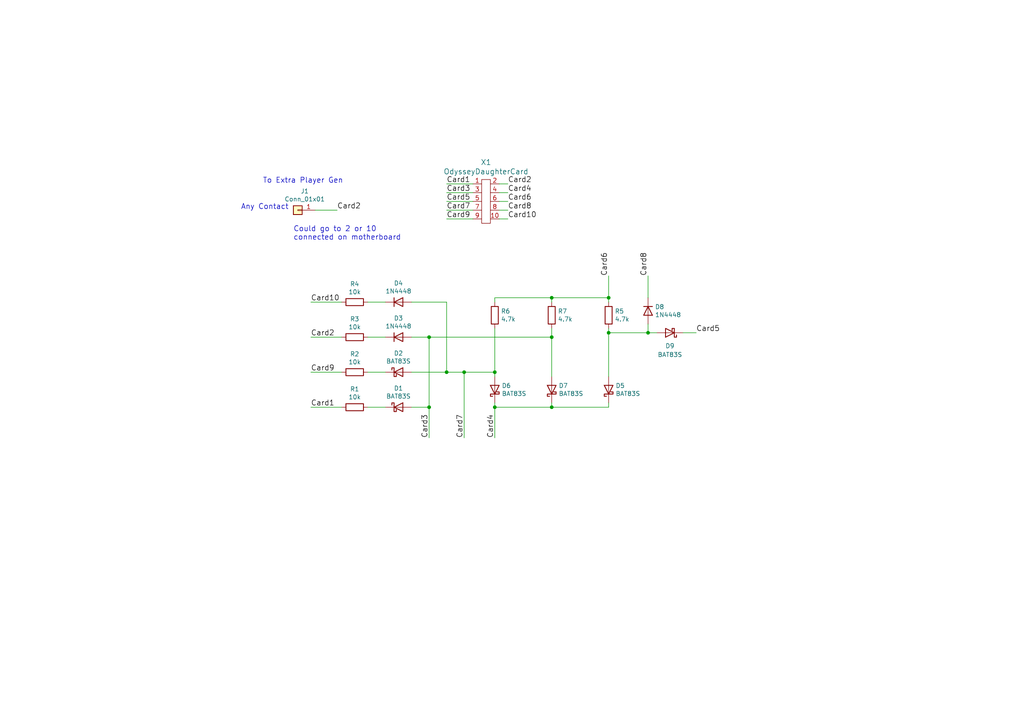
<source format=kicad_sch>
(kicad_sch (version 20231120) (generator "eeschema") (generator_version "8.0")
  (paper "A4")
  (title_block (title "Odyssey Daughter Card Gate Matrix") (date "2024-06-18") (rev "1.1") (company "University of Pittsburgh - OdysseyNow") (comment 1 "Levi Burner"))
  (lib_symbols
    (symbol "Connector_Generic:Conn_01x01" (pin_names (offset 1.016) hide)
      (property "Reference" "J" (at 0 2.54 0))
      (property "Value" "Conn_01x01" (at 0 -2.54 0))
      (symbol "Conn_01x01_1_1"
        (rectangle (start -1.27 0.127) (end 0 -0.127) (stroke (width 0.1524)))
        (rectangle (start -1.27 1.27) (end 1.27 -1.27) (stroke (width 0.254)) (fill (type background)))
        (pin passive line (at -5.08 0 0) (length 3.81) (name "Pin_1") (number "1"))
      )
    )
    (symbol "Device:D_Schottky" (pin_numbers hide) (pin_names (offset 1.016) hide)
      (property "Reference" "D" (at 0 2.54 0))
      (property "Value" "D_Schottky" (at 0 -2.54 0))
      (symbol "D_Schottky_0_1"
        (polyline (pts (xy 1.27 0) (xy -1.27 0)))
        (polyline (pts (xy 1.27 1.27) (xy 1.27 -1.27) (xy -1.27 0) (xy 1.27 1.27)) (stroke (width 0.254)))
        (polyline (pts (xy -1.905 0.635) (xy -1.905 1.27) (xy -1.27 1.27) (xy -1.27 -1.27) (xy -0.635 -1.27) (xy -0.635 -0.635)) (stroke (width 0.254)))
      )
      (symbol "D_Schottky_1_1"
        (pin passive line (at -3.81 0 0) (length 2.54) (name "K") (number "1"))
        (pin passive line (at 3.81 0 180) (length 2.54) (name "A") (number "2"))
      )
    )
    (symbol "Device:R" (pin_numbers hide) (pin_names (offset 0))
      (property "Reference" "R" (at 2.032 0 90))
      (property "Value" "R" (at 0 0 90))
      (symbol "R_0_1"
        (rectangle (start -1.016 -2.54) (end 1.016 2.54) (stroke (width 0.254)))
      )
      (symbol "R_1_1"
        (pin passive line (at 0 3.81 270) (length 1.27) (name "~") (number "1"))
        (pin passive line (at 0 -3.81 90) (length 1.27) (name "~") (number "2"))
      )
    )
    (symbol "Diode:1N4148" (pin_numbers hide) (pin_names (offset 1.016) hide)
      (property "Reference" "D" (at 0 2.54 0))
      (property "Value" "1N4148" (at 0 -2.54 0))
      (symbol "1N4148_0_1"
        (polyline (pts (xy -1.27 1.27) (xy -1.27 -1.27)) (stroke (width 0.254)))
        (polyline (pts (xy 1.27 0) (xy -1.27 0)))
        (polyline (pts (xy 1.27 1.27) (xy 1.27 -1.27) (xy -1.27 0) (xy 1.27 1.27)) (stroke (width 0.254)))
      )
      (symbol "1N4148_1_1"
        (pin passive line (at -3.81 0 0) (length 2.54) (name "K") (number "1"))
        (pin passive line (at 3.81 0 180) (length 2.54) (name "A") (number "2"))
      )
    )
    (symbol "Odyssey_Daughter_Card:OdysseyDaughterCard" (pin_names (offset 1.016))
      (property "Reference" "X" (at 0 -7.62 0))
      (property "Value" "Odyssey_Daughter_Card_OdysseyDaughterCard" (at 0 8.89 0))
      (symbol "OdysseyDaughterCard_0_1"
        (rectangle (start -1.27 6.35) (end 1.27 -6.35))
      )
      (symbol "OdysseyDaughterCard_1_1"
        (pin bidirectional line (at -3.81 5.08 0) (length 2.54) (name "~") (number "1"))
        (pin bidirectional line (at 3.81 -5.08 180) (length 2.54) (name "~") (number "10"))
        (pin bidirectional line (at 3.81 5.08 180) (length 2.54) (name "~") (number "2"))
        (pin bidirectional line (at -3.81 2.54 0) (length 2.54) (name "~") (number "3"))
        (pin bidirectional line (at 3.81 2.54 180) (length 2.54) (name "~") (number "4"))
        (pin bidirectional line (at -3.81 0 0) (length 2.54) (name "~") (number "5"))
        (pin bidirectional line (at 3.81 0 180) (length 2.54) (name "~") (number "6"))
        (pin bidirectional line (at -3.81 -2.54 0) (length 2.54) (name "~") (number "7"))
        (pin bidirectional line (at 3.81 -2.54 180) (length 2.54) (name "~") (number "8"))
        (pin bidirectional line (at -3.81 -5.08 0) (length 2.54) (name "~") (number "9"))
      )
    )
  )
  (junction (at 176.53 96.52))
  (junction (at 187.96 96.52))
  (junction (at 160.02 118.11))
  (junction (at 143.51 118.11))
  (junction (at 160.02 97.79))
  (junction (at 124.46 118.11))
  (junction (at 176.53 86.36))
  (junction (at 124.46 97.79))
  (junction (at 129.54 107.95))
  (junction (at 160.02 86.36))
  (junction (at 134.62 107.95))
  (junction (at 143.51 107.95))
  (wire (pts (xy 143.51 95.25) (xy 143.51 107.95)))
  (wire (pts (xy 176.53 96.52) (xy 187.96 96.52)))
  (wire (pts (xy 124.46 118.11) (xy 124.46 127)))
  (wire (pts (xy 119.38 107.95) (xy 129.54 107.95)))
  (wire (pts (xy 106.68 118.11) (xy 111.76 118.11)))
  (wire (pts (xy 106.68 107.95) (xy 111.76 107.95)))
  (wire (pts (xy 144.78 58.42) (xy 147.32 58.42)))
  (wire (pts (xy 129.54 87.63) (xy 119.38 87.63)))
  (wire (pts (xy 129.54 107.95) (xy 129.54 87.63)))
  (wire (pts (xy 176.53 116.84) (xy 176.53 118.11)))
  (wire (pts (xy 137.16 58.42) (xy 129.54 58.42)))
  (wire (pts (xy 143.51 107.95) (xy 143.51 109.22)))
  (wire (pts (xy 176.53 87.63) (xy 176.53 86.36)))
  (wire (pts (xy 176.53 86.36) (xy 176.53 80.01)))
  (wire (pts (xy 143.51 118.11) (xy 143.51 127)))
  (wire (pts (xy 144.78 63.5) (xy 147.32 63.5)))
  (wire (pts (xy 90.17 97.79) (xy 99.06 97.79)))
  (wire (pts (xy 143.51 116.84) (xy 143.51 118.11)))
  (wire (pts (xy 187.96 96.52) (xy 190.5 96.52)))
  (wire (pts (xy 99.06 118.11) (xy 90.17 118.11)))
  (wire (pts (xy 134.62 107.95) (xy 134.62 127)))
  (wire (pts (xy 176.53 118.11) (xy 160.02 118.11)))
  (wire (pts (xy 99.06 107.95) (xy 90.17 107.95)))
  (wire (pts (xy 176.53 86.36) (xy 160.02 86.36)))
  (wire (pts (xy 124.46 97.79) (xy 119.38 97.79)))
  (wire (pts (xy 91.44 60.96) (xy 97.79 60.96)))
  (wire (pts (xy 160.02 109.22) (xy 160.02 97.79)))
  (wire (pts (xy 160.02 97.79) (xy 160.02 95.25)))
  (wire (pts (xy 160.02 97.79) (xy 124.46 97.79)))
  (wire (pts (xy 198.12 96.52) (xy 201.93 96.52)))
  (wire (pts (xy 144.78 55.88) (xy 147.32 55.88)))
  (wire (pts (xy 160.02 86.36) (xy 160.02 87.63)))
  (wire (pts (xy 90.17 87.63) (xy 99.06 87.63)))
  (wire (pts (xy 129.54 107.95) (xy 134.62 107.95)))
  (wire (pts (xy 106.68 97.79) (xy 111.76 97.79)))
  (wire (pts (xy 144.78 53.34) (xy 147.32 53.34)))
  (wire (pts (xy 137.16 60.96) (xy 129.54 60.96)))
  (wire (pts (xy 187.96 80.01) (xy 187.96 86.36)))
  (wire (pts (xy 144.78 60.96) (xy 147.32 60.96)))
  (wire (pts (xy 143.51 86.36) (xy 160.02 86.36)))
  (wire (pts (xy 134.62 107.95) (xy 143.51 107.95)))
  (wire (pts (xy 176.53 109.22) (xy 176.53 96.52)))
  (wire (pts (xy 137.16 55.88) (xy 129.54 55.88)))
  (wire (pts (xy 124.46 118.11) (xy 124.46 97.79)))
  (wire (pts (xy 119.38 118.11) (xy 124.46 118.11)))
  (wire (pts (xy 143.51 87.63) (xy 143.51 86.36)))
  (wire (pts (xy 176.53 95.25) (xy 176.53 96.52)))
  (wire (pts (xy 106.68 87.63) (xy 111.76 87.63)))
  (wire (pts (xy 143.51 118.11) (xy 160.02 118.11)))
  (wire (pts (xy 187.96 93.98) (xy 187.96 96.52)))
  (wire (pts (xy 137.16 63.5) (xy 129.54 63.5)))
  (wire (pts (xy 160.02 118.11) (xy 160.02 116.84)))
  (wire (pts (xy 137.16 53.34) (xy 129.54 53.34)))
  (text "Could go to 2 or 10\nconnected on motherboard" (at 85.09 69.85 0) (effects (font (size 1.524 1.524)) (justify left bottom)))
  (text "To Extra Player Gen" (at 76.2 53.34 0) (effects (font (size 1.524 1.524)) (justify left bottom)))
  (text "Any Contact" (at 69.85 60.96 0) (effects (font (size 1.524 1.524)) (justify left bottom)))
  (label "Card5" (at 201.93 96.52 0) (effects (font (size 1.524 1.524))))
  (label "Card3" (at 129.54 55.88 0) (effects (font (size 1.524 1.524))))
  (label "Card1" (at 90.17 118.11 0) (effects (font (size 1.524 1.524))))
  (label "Card2" (at 97.79 60.96 0) (effects (font (size 1.524 1.524))))
  (label "Card8" (at 187.96 80.01 90) (effects (font (size 1.524 1.524))))
  (label "Card7" (at 134.62 127 90) (effects (font (size 1.524 1.524))))
  (label "Card9" (at 90.17 107.95 0) (effects (font (size 1.524 1.524))))
  (label "Card8" (at 147.32 60.96 0) (effects (font (size 1.524 1.524))))
  (label "Card9" (at 129.54 63.5 0) (effects (font (size 1.524 1.524))))
  (label "Card6" (at 176.53 80.01 90) (effects (font (size 1.524 1.524))))
  (label "Card2" (at 147.32 53.34 0) (effects (font (size 1.524 1.524))))
  (label "Card3" (at 124.46 127 90) (effects (font (size 1.524 1.524))))
  (label "Card6" (at 147.32 58.42 0) (effects (font (size 1.524 1.524))))
  (label "Card2" (at 90.17 97.79 0) (effects (font (size 1.524 1.524))))
  (label "Card4" (at 147.32 55.88 0) (effects (font (size 1.524 1.524))))
  (label "Card7" (at 129.54 60.96 0) (effects (font (size 1.524 1.524))))
  (label "Card10" (at 147.32 63.5 0) (effects (font (size 1.524 1.524))))
  (label "Card10" (at 90.17 87.63 0) (effects (font (size 1.524 1.524))))
  (label "Card5" (at 129.54 58.42 0) (effects (font (size 1.524 1.524))))
  (label "Card1" (at 129.54 53.34 0) (effects (font (size 1.524 1.524))))
  (label "Card4" (at 143.51 127 90) (effects (font (size 1.524 1.524))))
  (symbol (lib_id "Odyssey_Daughter_Card:OdysseyDaughterCard") (at 140.97 58.42 0) (unit 1)
    (property "Reference" "X1" (at 140.97 47.0662 0) (effects (font (size 1.524 1.524))))
    (property "Value" "OdysseyDaughterCard" (at 140.97 49.7586 0) (effects (font (size 1.524 1.524))))
    (property "Footprint" "Odyssey_Daughter_Card:Odyssey_Daughter_Card" (effects (hide yes)))
  )
  (symbol (lib_id "Device:R") (at 102.87 87.63 270) (unit 1)
    (property "Reference" "R4" (at 102.87 82.3722 90))
    (property "Value" "10k" (at 102.87 84.6836 90))
    (property "Footprint" "Resistor_THT:R_Axial_DIN0207_L6.3mm_D2.5mm_P7.62mm_Horizontal" (effects (hide yes)))
  )
  (symbol (lib_id "Device:R") (at 102.87 97.79 270) (unit 1)
    (property "Reference" "R3" (at 102.87 92.5322 90))
    (property "Value" "10k" (at 102.87 94.8436 90))
    (property "Footprint" "Resistor_THT:R_Axial_DIN0207_L6.3mm_D2.5mm_P7.62mm_Horizontal" (effects (hide yes)))
  )
  (symbol (lib_id "Device:R") (at 102.87 107.95 270) (unit 1)
    (property "Reference" "R2" (at 102.87 102.6922 90))
    (property "Value" "10k" (at 102.87 105.0036 90))
    (property "Footprint" "Resistor_THT:R_Axial_DIN0207_L6.3mm_D2.5mm_P7.62mm_Horizontal" (effects (hide yes)))
  )
  (symbol (lib_id "Device:R") (at 102.87 118.11 270) (unit 1)
    (property "Reference" "R1" (at 102.87 112.8522 90))
    (property "Value" "10k" (at 102.87 115.1636 90))
    (property "Footprint" "Resistor_THT:R_Axial_DIN0207_L6.3mm_D2.5mm_P7.62mm_Horizontal" (effects (hide yes)))
  )
  (symbol (lib_id "Diode:1N4148") (at 115.57 87.63 0) (unit 1)
    (property "Reference" "D4" (at 115.57 82.1436 0))
    (property "Value" "1N4448" (at 115.57 84.455 0))
    (property "Footprint" "Diode_THT:D_DO-35_SOD27_P7.62mm_Horizontal" (effects (hide yes)))
    (property "Datasheet" "http://www.nxp.com/documents/data_sheet/1N4148_1N4448.pdf" (effects (hide yes)))
  )
  (symbol (lib_id "Diode:1N4148") (at 115.57 97.79 0) (unit 1)
    (property "Reference" "D3" (at 115.57 92.3036 0))
    (property "Value" "1N4448" (at 115.57 94.615 0))
    (property "Footprint" "Diode_THT:D_DO-35_SOD27_P7.62mm_Horizontal" (effects (hide yes)))
    (property "Datasheet" "http://www.nxp.com/documents/data_sheet/1N4148_1N4448.pdf" (effects (hide yes)))
  )
  (symbol (lib_id "Device:D_Schottky") (at 115.57 107.95 0) (unit 1)
    (property "Reference" "D2" (at 115.57 102.4636 0))
    (property "Value" "BAT83S" (at 115.57 104.775 0))
    (property "Footprint" "Diode_THT:D_DO-41_SOD81_P7.62mm_Horizontal" (effects (hide yes)))
  )
  (symbol (lib_id "Device:D_Schottky") (at 115.57 118.11 0) (unit 1)
    (property "Reference" "D1" (at 115.57 112.6236 0))
    (property "Value" "BAT83S" (at 115.57 114.935 0))
    (property "Footprint" "Diode_THT:D_DO-41_SOD81_P7.62mm_Horizontal" (effects (hide yes)))
  )
  (symbol (lib_id "Device:D_Schottky") (at 143.51 113.03 90) (unit 1)
    (property "Reference" "D6" (at 145.5166 111.8616 90) (effects (justify right)))
    (property "Value" "BAT83S" (at 145.5166 114.173 90) (effects (justify right)))
    (property "Footprint" "Diode_THT:D_DO-41_SOD81_P7.62mm_Horizontal" (effects (hide yes)))
  )
  (symbol (lib_id "Device:D_Schottky") (at 160.02 113.03 90) (unit 1)
    (property "Reference" "D7" (at 162.0266 111.8616 90) (effects (justify right)))
    (property "Value" "BAT83S" (at 162.0266 114.173 90) (effects (justify right)))
    (property "Footprint" "Diode_THT:D_DO-41_SOD81_P7.62mm_Horizontal" (effects (hide yes)))
  )
  (symbol (lib_id "Device:D_Schottky") (at 176.53 113.03 90) (unit 1)
    (property "Reference" "D5" (at 178.5366 111.8616 90) (effects (justify right)))
    (property "Value" "BAT83S" (at 178.5366 114.173 90) (effects (justify right)))
    (property "Footprint" "Diode_THT:D_DO-41_SOD81_P7.62mm_Horizontal" (effects (hide yes)))
  )
  (symbol (lib_id "Device:R") (at 143.51 91.44 0) (unit 1)
    (property "Reference" "R6" (at 145.288 90.2716 0) (effects (justify left)))
    (property "Value" "4.7k" (at 145.288 92.583 0) (effects (justify left)))
    (property "Footprint" "Resistor_THT:R_Axial_DIN0207_L6.3mm_D2.5mm_P7.62mm_Horizontal" (effects (hide yes)))
  )
  (symbol (lib_id "Device:R") (at 160.02 91.44 0) (unit 1)
    (property "Reference" "R7" (at 161.798 90.2716 0) (effects (justify left)))
    (property "Value" "4.7k" (at 161.798 92.583 0) (effects (justify left)))
    (property "Footprint" "Resistor_THT:R_Axial_DIN0207_L6.3mm_D2.5mm_P7.62mm_Horizontal" (effects (hide yes)))
  )
  (symbol (lib_id "Device:R") (at 176.53 91.44 0) (unit 1)
    (property "Reference" "R5" (at 178.308 90.2716 0) (effects (justify left)))
    (property "Value" "4.7k" (at 178.308 92.583 0) (effects (justify left)))
    (property "Footprint" "Resistor_THT:R_Axial_DIN0207_L6.3mm_D2.5mm_P7.62mm_Horizontal" (effects (hide yes)))
  )
  (symbol (lib_id "Device:D_Schottky") (at 194.31 96.52 180) (unit 1)
    (property "Reference" "D9" (at 194.31 100.33 0))
    (property "Value" "BAT83S" (at 194.31 102.87 0))
    (property "Footprint" "Diode_THT:D_DO-41_SOD81_P7.62mm_Horizontal" (effects (hide yes)))
  )
  (symbol (lib_id "Diode:1N4148") (at 187.96 90.17 270) (unit 1)
    (property "Reference" "D8" (at 189.9666 89.0016 90) (effects (justify left)))
    (property "Value" "1N4448" (at 189.9666 91.313 90) (effects (justify left)))
    (property "Footprint" "Diode_THT:D_DO-35_SOD27_P7.62mm_Horizontal" (effects (hide yes)))
    (property "Datasheet" "http://www.nxp.com/documents/data_sheet/1N4148_1N4448.pdf" (effects (hide yes)))
  )
  (symbol (lib_id "Connector_Generic:Conn_01x01") (at 86.36 60.96 0) (mirror y) (unit 1)
    (property "Reference" "J1" (at 88.392 55.4482 0))
    (property "Value" "Conn_01x01" (at 88.392 57.7596 0))
    (property "Footprint" "Connector_PinHeader_2.54mm:PinHeader_1x01_P2.54mm_Vertical" (effects (hide yes)))
  )
)
</source>
